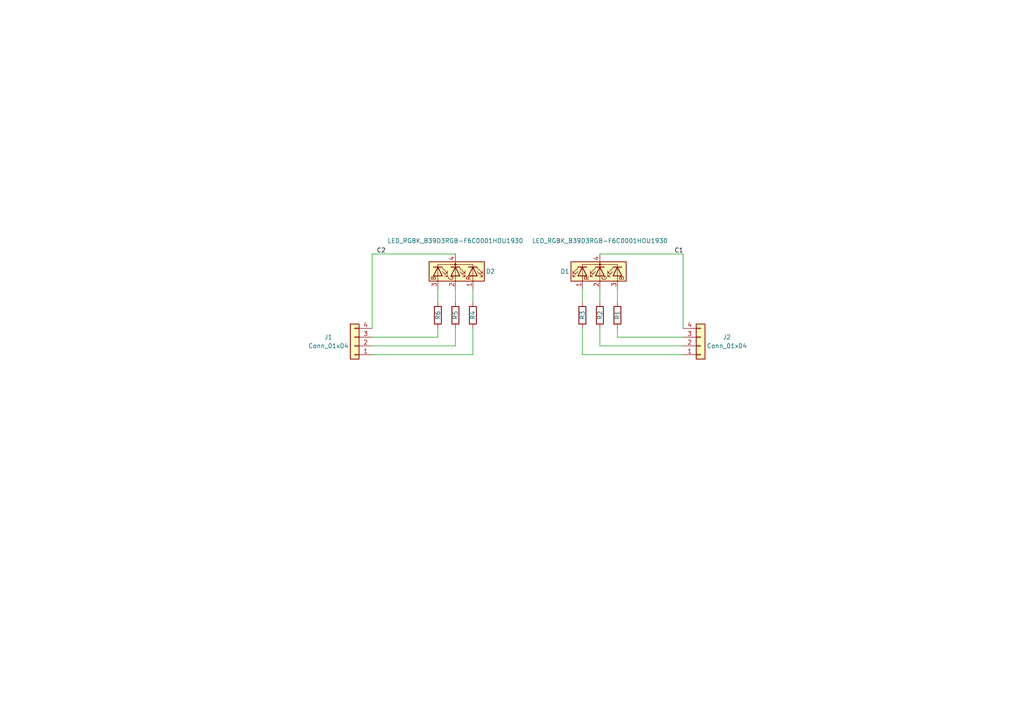
<source format=kicad_sch>
(kicad_sch (version 20230121) (generator eeschema)
  (paper "A4")
  (title_block (title "39D to DIP Breakout Board") (date "2024-03-03") (rev "1") (company "Kernelport") (comment 1 "B39D3RGB-F6C0001HOU1930") (comment 2 "LED RGB CHIP SMD"))
  (lib_symbols
    (symbol "Connector_Generic:Conn_01x04" (pin_names (offset 1.016) hide)
      (property "Reference" "J" (at 0 5.08 0))
      (property "Value" "Conn_01x04" (at 0 -7.62 0))
      (symbol "Conn_01x04_1_1"
        (rectangle (start -1.27 -4.953) (end 0 -5.207) (stroke (width 0.1524)))
        (rectangle (start -1.27 -2.413) (end 0 -2.667) (stroke (width 0.1524)))
        (rectangle (start -1.27 0.127) (end 0 -0.127) (stroke (width 0.1524)))
        (rectangle (start -1.27 2.667) (end 0 2.413) (stroke (width 0.1524)))
        (rectangle (start -1.27 3.81) (end 1.27 -6.35) (stroke (width 0.254)) (fill (type background)))
        (pin passive line (at -5.08 2.54 0) (length 3.81) (name "Pin_1") (number "1"))
        (pin passive line (at -5.08 0 0) (length 3.81) (name "Pin_2") (number "2"))
        (pin passive line (at -5.08 -2.54 0) (length 3.81) (name "Pin_3") (number "3"))
        (pin passive line (at -5.08 -5.08 0) (length 3.81) (name "Pin_4") (number "4"))
      )
    )
    (symbol "Device:R" (pin_numbers hide) (pin_names (offset 0))
      (property "Reference" "R" (at 2.032 0 90))
      (property "Value" "R" (at 0 0 90))
      (symbol "R_0_1"
        (rectangle (start -1.016 -2.54) (end 1.016 2.54) (stroke (width 0.254)))
      )
      (symbol "R_1_1"
        (pin passive line (at 0 3.81 270) (length 1.27) (name "~") (number "1"))
        (pin passive line (at 0 -3.81 90) (length 1.27) (name "~") (number "2"))
      )
    )
    (symbol "Kernelport:LED_RGBK_B39D3RGB-F6C0001HOU1930" (pin_names (offset 0) hide)
      (property "Reference" "D1" (at 0 12.7 0))
      (property "Value" "LED_RGBK_B39D3RGB-F6C0001HOU1930" (at 0 10.16 0))
      (symbol "LED_RGBK_B39D3RGB-F6C0001HOU1930_0_0"
        (text "B" (at 1.905 -6.35 0) (effects (font (size 1.27 1.27))))
        (text "G" (at 1.905 -1.27 0) (effects (font (size 1.27 1.27))))
        (text "R" (at 1.905 3.81 0) (effects (font (size 1.27 1.27))))
      )
      (symbol "LED_RGBK_B39D3RGB-F6C0001HOU1930_0_1"
        (circle (center -2.032 0) (radius 0.254) (fill (type outline)))
        (polyline (pts (xy -1.27 -5.08) (xy 1.27 -5.08)))
        (polyline (pts (xy -1.27 -3.81) (xy -1.27 -6.35)) (stroke (width 0.254)))
        (polyline (pts (xy -1.27 0) (xy -2.54 0)))
        (polyline (pts (xy -1.27 1.27) (xy -1.27 -1.27)) (stroke (width 0.254)))
        (polyline (pts (xy -1.27 5.08) (xy 1.27 5.08)))
        (polyline (pts (xy -1.27 6.35) (xy -1.27 3.81)) (stroke (width 0.254)))
        (polyline (pts (xy 1.27 -5.08) (xy 2.54 -5.08)))
        (polyline (pts (xy 1.27 0) (xy -1.27 0)))
        (polyline (pts (xy 1.27 0) (xy 2.54 0)))
        (polyline (pts (xy 1.27 5.08) (xy 2.54 5.08)))
        (polyline (pts (xy -1.27 1.27) (xy -1.27 -1.27) (xy -1.27 -1.27)))
        (polyline (pts (xy -1.27 6.35) (xy -1.27 3.81) (xy -1.27 3.81)))
        (polyline (pts (xy -1.27 5.08) (xy -2.032 5.08) (xy -2.032 -5.08) (xy -1.016 -5.08)))
        (polyline (pts (xy 1.27 -3.81) (xy 1.27 -6.35) (xy -1.27 -5.08) (xy 1.27 -3.81)) (stroke (width 0.254)))
        (polyline (pts (xy 1.27 1.27) (xy 1.27 -1.27) (xy -1.27 0) (xy 1.27 1.27)) (stroke (width 0.254)))
        (polyline (pts (xy 1.27 6.35) (xy 1.27 3.81) (xy -1.27 5.08) (xy 1.27 6.35)) (stroke (width 0.254)))
        (polyline (pts (xy -1.016 -3.81) (xy 0.508 -2.286) (xy -0.254 -2.286) (xy 0.508 -2.286) (xy 0.508 -3.048)))
        (polyline (pts (xy -1.016 1.27) (xy 0.508 2.794) (xy -0.254 2.794) (xy 0.508 2.794) (xy 0.508 2.032)))
        (polyline (pts (xy -1.016 6.35) (xy 0.508 7.874) (xy -0.254 7.874) (xy 0.508 7.874) (xy 0.508 7.112)))
        (polyline (pts (xy 0 -3.81) (xy 1.524 -2.286) (xy 0.762 -2.286) (xy 1.524 -2.286) (xy 1.524 -3.048)))
        (polyline (pts (xy 0 1.27) (xy 1.524 2.794) (xy 0.762 2.794) (xy 1.524 2.794) (xy 1.524 2.032)))
        (polyline (pts (xy 0 6.35) (xy 1.524 7.874) (xy 0.762 7.874) (xy 1.524 7.874) (xy 1.524 7.112)))
        (rectangle (start 1.27 -1.27) (end 1.27 1.27))
        (rectangle (start 1.27 1.27) (end 1.27 1.27))
        (rectangle (start 1.27 3.81) (end 1.27 6.35))
        (rectangle (start 1.27 6.35) (end 1.27 6.35))
        (rectangle (start 2.794 8.382) (end -2.794 -7.62) (stroke (width 0.254)) (fill (type background)))
      )
      (symbol "LED_RGBK_B39D3RGB-F6C0001HOU1930_1_1"
        (pin passive line (at 5.08 5.08 180) (length 2.54) (name "RA") (number "1"))
        (pin passive line (at 5.08 0 180) (length 2.54) (name "GA") (number "2"))
        (pin passive line (at 5.08 -5.08 180) (length 2.54) (name "BA") (number "3"))
        (pin passive line (at -5.08 0 0) (length 2.54) (name "K") (number "4"))
      )
    )
  )
  (wire (pts (xy 137.16 102.87) (xy 137.16 95.25)))
  (wire (pts (xy 127 97.79) (xy 127 95.25)))
  (wire (pts (xy 132.08 83.82) (xy 132.08 87.63)))
  (wire (pts (xy 107.95 102.87) (xy 137.16 102.87)))
  (wire (pts (xy 132.08 100.33) (xy 132.08 95.25)))
  (wire (pts (xy 173.99 100.33) (xy 173.99 95.25)))
  (wire (pts (xy 107.95 73.66) (xy 132.08 73.66)))
  (wire (pts (xy 168.91 102.87) (xy 168.91 95.25)))
  (wire (pts (xy 198.12 100.33) (xy 173.99 100.33)))
  (wire (pts (xy 198.12 73.66) (xy 173.99 73.66)))
  (wire (pts (xy 173.99 83.82) (xy 173.99 87.63)))
  (wire (pts (xy 179.07 83.82) (xy 179.07 87.63)))
  (wire (pts (xy 107.95 100.33) (xy 132.08 100.33)))
  (wire (pts (xy 127 83.82) (xy 127 87.63)))
  (wire (pts (xy 137.16 83.82) (xy 137.16 87.63)))
  (wire (pts (xy 198.12 102.87) (xy 168.91 102.87)))
  (wire (pts (xy 198.12 95.25) (xy 198.12 73.66)))
  (wire (pts (xy 168.91 83.82) (xy 168.91 87.63)))
  (wire (pts (xy 107.95 95.25) (xy 107.95 73.66)))
  (wire (pts (xy 107.95 97.79) (xy 127 97.79)))
  (wire (pts (xy 179.07 97.79) (xy 179.07 95.25)))
  (wire (pts (xy 198.12 97.79) (xy 179.07 97.79)))
  (label "C1" (at 195.58 73.66 0))
  (label "C2" (at 109.22 73.66 0))
  (symbol (lib_id "Connector_Generic:Conn_01x04") (at 102.87 100.33 180) (unit 1)
    (property "Reference" "J1" (at 95.25 97.79 0))
    (property "Value" "Conn_01x04" (at 95.25 100.33 0))
    (property "Footprint" "Connector_PinHeader_2.54mm:PinHeader_1x04_P2.54mm_Vertical" (effects hide))
  )
  (symbol (lib_id "Device:R") (at 127 91.44 180) (unit 1)
    (property "Reference" "R6" (at 127 91.44 90))
    (property "Value" "R" (effects hide))
    (property "Footprint" "Resistor_SMD:R_0603_1608Metric" (effects hide))
  )
  (symbol (lib_id "Device:R") (at 132.08 91.44 180) (unit 1)
    (property "Reference" "R5" (at 132.08 91.44 90))
    (property "Value" "R" (effects hide))
    (property "Footprint" "Resistor_SMD:R_0603_1608Metric" (effects hide))
  )
  (symbol (lib_id "Device:R") (at 173.99 91.44 0) (mirror x) (unit 1)
    (property "Reference" "R2" (at 173.99 91.44 90))
    (property "Value" "R" (effects hide))
    (property "Footprint" "Resistor_SMD:R_0603_1608Metric" (effects hide))
  )
  (symbol (lib_id "Device:R") (at 137.16 91.44 180) (unit 1)
    (property "Reference" "R4" (at 137.16 91.44 90))
    (property "Value" "R" (effects hide))
    (property "Footprint" "Resistor_SMD:R_0603_1608Metric" (effects hide))
  )
  (symbol (lib_id "Kernelport:LED_RGBK_B39D3RGB-F6C0001HOU1930") (at 132.08 78.74 270) (unit 1)
    (property "Reference" "D2" (at 142.24 78.74 90))
    (property "Value" "LED_RGBK_B39D3RGB-F6C0001HOU1930" (at 132.08 69.85 90))
    (property "Footprint" "Kernelport:B39D3RGB-F6C0001HOU1930_HVK-mini" (effects hide))
    (property "Digikey" "3147-B39D3RGB-F6C0001HOU1930CT-ND" (effects hide))
  )
  (symbol (lib_id "Kernelport:LED_RGBK_B39D3RGB-F6C0001HOU1930") (at 173.99 78.74 90) (mirror x) (unit 1)
    (property "Reference" "D1" (at 163.83 78.74 90))
    (property "Value" "LED_RGBK_B39D3RGB-F6C0001HOU1930" (at 173.99 69.85 90))
    (property "Footprint" "Kernelport:B39D3RGB-F6C0001HOU1930_HVK-mini" (effects hide))
    (property "Digikey" "3147-B39D3RGB-F6C0001HOU1930CT-ND" (effects hide))
  )
  (symbol (lib_id "Connector_Generic:Conn_01x04") (at 203.2 100.33 0) (mirror x) (unit 1)
    (property "Reference" "J2" (at 210.82 97.79 0))
    (property "Value" "Conn_01x04" (at 210.82 100.33 0))
    (property "Footprint" "Connector_PinHeader_2.54mm:PinHeader_1x04_P2.54mm_Vertical" (effects hide))
  )
  (symbol (lib_id "Device:R") (at 168.91 91.44 0) (mirror x) (unit 1)
    (property "Reference" "R3" (at 168.91 91.44 90))
    (property "Value" "R" (effects hide))
    (property "Footprint" "Resistor_SMD:R_0603_1608Metric" (effects hide))
  )
  (symbol (lib_id "Device:R") (at 179.07 91.44 0) (mirror x) (unit 1)
    (property "Reference" "R1" (at 179.07 91.44 90))
    (property "Value" "R" (effects hide))
    (property "Footprint" "Resistor_SMD:R_0603_1608Metric" (effects hide))
  )
)
</source>
